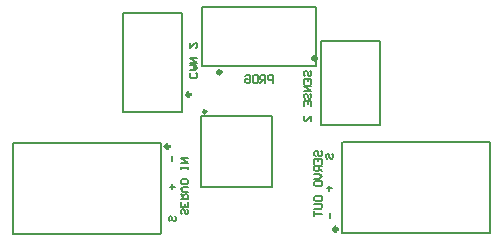
<source format=gbo>
%FSAX24Y24*%
%MOIN*%
G70*
G01*
G75*
G04 Layer_Color=32896*
%ADD10R,0.0866X0.0394*%
%ADD11R,0.0669X0.0236*%
%ADD12R,0.0236X0.0197*%
%ADD13R,0.0630X0.0551*%
%ADD14R,0.0169X0.0433*%
%ADD15R,0.0197X0.0217*%
%ADD16R,0.0354X0.0472*%
%ADD17R,0.0787X0.0236*%
%ADD18C,0.0080*%
%ADD19C,0.0400*%
%ADD20C,0.0160*%
%ADD21C,0.0598*%
%ADD22C,0.0181*%
%ADD23R,0.0236X0.0669*%
%ADD24R,0.0394X0.0866*%
%ADD25R,0.0217X0.0197*%
%ADD26R,0.0197X0.0236*%
%ADD27R,0.0315X0.0295*%
%ADD28R,0.1654X0.1654*%
%ADD29R,0.0335X0.0157*%
%ADD30R,0.0157X0.0335*%
%ADD31C,0.0100*%
%ADD32C,0.0138*%
%ADD33C,0.0098*%
%ADD34C,0.0051*%
%ADD35C,0.0079*%
%ADD36C,0.0050*%
%ADD37R,0.0908X0.0436*%
%ADD38R,0.0711X0.0278*%
%ADD39R,0.0278X0.0239*%
%ADD40R,0.0709X0.0630*%
%ADD41R,0.0209X0.0472*%
%ADD42R,0.0239X0.0259*%
%ADD43R,0.0396X0.0514*%
%ADD44R,0.0829X0.0278*%
%ADD45C,0.0640*%
%ADD46R,0.0278X0.0711*%
%ADD47R,0.0436X0.0908*%
%ADD48R,0.0259X0.0239*%
%ADD49R,0.0239X0.0278*%
%ADD50R,0.0357X0.0337*%
%ADD51R,0.1696X0.1696*%
%ADD52R,0.0377X0.0199*%
%ADD53R,0.0199X0.0377*%
%ADD54C,0.0223*%
D32*
X013243Y015362D02*
G03*
X013243Y015362I-000061J000000D01*
G01*
X012209Y014613D02*
G03*
X012209Y014613I-000061J000000D01*
G01*
X016413Y015822D02*
G03*
X016413Y015822I-000061J000000D01*
G01*
X011510Y012880D02*
G03*
X011510Y012880I-000065J000000D01*
G01*
X017120Y010120D02*
G03*
X017120Y010120I-000065J000000D01*
G01*
X012734Y014047D02*
G03*
X012734Y014047I-000039J000000D01*
G01*
D34*
X016409Y015570D02*
Y017541D01*
X012621Y015570D02*
X016409D01*
X012616Y015575D02*
X012621Y015570D01*
X012616Y015575D02*
Y017540D01*
X012617Y017541D01*
X016409D01*
X009969Y014047D02*
Y017338D01*
Y014047D02*
X009970Y014046D01*
X011935D01*
X011940Y014051D01*
Y017338D01*
X009969D02*
X011940D01*
X016564Y013594D02*
X018531D01*
X016560Y013598D02*
X016564Y013594D01*
X016560Y013598D02*
Y016384D01*
X016565Y016388D01*
X018530D01*
X018531Y016387D01*
Y013594D02*
Y016387D01*
X006296Y009981D02*
Y012995D01*
Y009981D02*
X011203D01*
X006296Y012995D02*
X011219D01*
X011203Y009981D02*
X011227Y010005D01*
Y012987D01*
X011219Y012995D02*
X011227Y012987D01*
X017273Y012995D02*
X017297Y013019D01*
X017273Y010013D02*
X017281Y010005D01*
X022204D01*
Y013019D01*
X017273Y010013D02*
Y012995D01*
X017297Y013019D02*
X022204D01*
X012577Y011528D02*
Y013890D01*
Y011528D02*
X014939D01*
Y013890D01*
X012577D02*
X014939D01*
D36*
X016770Y012480D02*
X016728Y012522D01*
Y012605D01*
X016770Y012647D01*
X016812D01*
X016853Y012605D01*
Y012522D01*
X016895Y012480D01*
X016936D01*
X016978Y012522D01*
Y012605D01*
X016936Y012647D01*
X016853Y011574D02*
Y011408D01*
X016770Y011491D02*
X016936D01*
X016860Y010651D02*
Y010485D01*
X011614Y012384D02*
Y012550D01*
X011621Y011461D02*
Y011627D01*
X011705Y011544D02*
X011538D01*
X011705Y010555D02*
X011746Y010514D01*
Y010430D01*
X011705Y010389D01*
X011663D01*
X011621Y010430D01*
Y010514D01*
X011580Y010555D01*
X011538D01*
X011496Y010514D01*
Y010430D01*
X011538Y010389D01*
X012109Y010782D02*
X012151Y010741D01*
Y010657D01*
X012109Y010616D01*
X012068D01*
X012026Y010657D01*
Y010741D01*
X011984Y010782D01*
X011943D01*
X011901Y010741D01*
Y010657D01*
X011943Y010616D01*
X012151Y011032D02*
Y010866D01*
X011901D01*
Y011032D01*
X012026Y010866D02*
Y010949D01*
X011901Y011116D02*
X012151D01*
Y011241D01*
X012109Y011282D01*
X012026D01*
X011984Y011241D01*
Y011116D01*
Y011199D02*
X011901Y011282D01*
X012151Y011366D02*
X011984D01*
X011901Y011449D01*
X011984Y011532D01*
X012151D01*
Y011740D02*
Y011657D01*
X012109Y011615D01*
X011943D01*
X011901Y011657D01*
Y011740D01*
X011943Y011782D01*
X012109D01*
X012151Y011740D01*
Y012115D02*
Y012199D01*
Y012157D01*
X011901D01*
Y012115D01*
Y012199D01*
Y012324D02*
X012151D01*
X011901Y012490D01*
X012151D01*
X016394Y012559D02*
X016353Y012601D01*
Y012684D01*
X016394Y012726D01*
X016436D01*
X016478Y012684D01*
Y012601D01*
X016519Y012559D01*
X016561D01*
X016603Y012601D01*
Y012684D01*
X016561Y012726D01*
X016353Y012309D02*
Y012476D01*
X016603D01*
Y012309D01*
X016478Y012476D02*
Y012392D01*
X016603Y012226D02*
X016353D01*
Y012101D01*
X016394Y012059D01*
X016478D01*
X016519Y012101D01*
Y012226D01*
Y012142D02*
X016603Y012059D01*
X016353Y011976D02*
X016519D01*
X016603Y011893D01*
X016519Y011809D01*
X016353D01*
Y011601D02*
Y011684D01*
X016394Y011726D01*
X016561D01*
X016603Y011684D01*
Y011601D01*
X016561Y011559D01*
X016394D01*
X016353Y011601D01*
Y011101D02*
Y011184D01*
X016394Y011226D01*
X016561D01*
X016603Y011184D01*
Y011101D01*
X016561Y011060D01*
X016394D01*
X016353Y011101D01*
Y010976D02*
X016561D01*
X016603Y010935D01*
Y010851D01*
X016561Y010810D01*
X016353D01*
Y010726D02*
Y010560D01*
Y010643D01*
X016603D01*
X014964Y015006D02*
Y015256D01*
X014839D01*
X014797Y015215D01*
Y015131D01*
X014839Y015090D01*
X014964D01*
X014714Y015006D02*
Y015256D01*
X014589D01*
X014548Y015215D01*
Y015131D01*
X014589Y015090D01*
X014714D01*
X014631D02*
X014548Y015006D01*
X014339Y015256D02*
X014423D01*
X014464Y015215D01*
Y015048D01*
X014423Y015006D01*
X014339D01*
X014298Y015048D01*
Y015215D01*
X014339Y015256D01*
X014048Y015215D02*
X014089Y015256D01*
X014173D01*
X014214Y015215D01*
Y015048D01*
X014173Y015006D01*
X014089D01*
X014048Y015048D01*
Y015131D01*
X014131D01*
X012412Y015336D02*
X012454Y015295D01*
Y015212D01*
X012412Y015170D01*
X012245D01*
X012204Y015212D01*
Y015295D01*
X012245Y015336D01*
X012204Y015420D02*
X012370D01*
X012454Y015503D01*
X012370Y015586D01*
X012204D01*
X012329D01*
Y015420D01*
X012204Y015670D02*
X012454D01*
X012204Y015836D01*
X012454D01*
X012204Y016336D02*
Y016170D01*
X012370Y016336D01*
X012412D01*
X012454Y016294D01*
Y016211D01*
X012412Y016170D01*
X016039Y015227D02*
X015997Y015269D01*
Y015352D01*
X016039Y015394D01*
X016081D01*
X016122Y015352D01*
Y015269D01*
X016164Y015227D01*
X016206D01*
X016247Y015269D01*
Y015352D01*
X016206Y015394D01*
X015997Y014977D02*
Y015144D01*
X016247D01*
Y014977D01*
X016122Y015144D02*
Y015061D01*
X016247Y014894D02*
X015997D01*
X016247Y014727D01*
X015997D01*
X016039Y014477D02*
X015997Y014519D01*
Y014602D01*
X016039Y014644D01*
X016081D01*
X016122Y014602D01*
Y014519D01*
X016164Y014477D01*
X016206D01*
X016247Y014519D01*
Y014602D01*
X016206Y014644D01*
X015997Y014228D02*
Y014394D01*
X016247D01*
Y014228D01*
X016122Y014394D02*
Y014311D01*
X016247Y013728D02*
Y013894D01*
X016081Y013728D01*
X016039D01*
X015997Y013769D01*
Y013853D01*
X016039Y013894D01*
M02*

</source>
